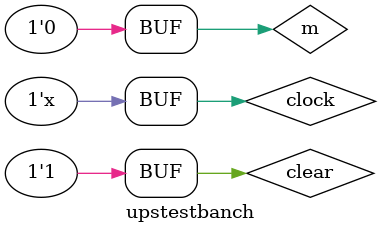
<source format=v>
module jk(q,qbar,j,k,clear,clock);
input j,k,clear,clock ; 
output q,qbar ;
wire a,b,y,ybar,c,d,cbar ;

nand(a,j,clock,clear,qbar);
nand(b,clock,k,q);
nand(y,a,ybar);
nand(ybar,clear,y,b);

not(cbar,clock);

nand(c,y,cbar);
nand(d,cbar,ybar);
nand(q,c,qbar);
nand(qbar,clear,d,q);

endmodule 

module updown(q,m,clear,clock);

input m,clear,clock ;
output [2:0] q ;
wire [2:0]qbar ;
wire x,y;

//jk(q,qbar,j,k,clear,clock);

jk JK1 (q[0] , qbar[0],1'b1,1'b1,clear,clock);
xor(x,q[0],m);

jk JK2 (q[1] , qbar[1],1'b1,1'b1,clear,x);
xor(y,q[1],m);

jk JK3 (q[2] , qbar[2],1'b1,1'b1,clear,y);


endmodule

module UP_DOWN_SIMULATION;
	reg m,clear,clock;
    wire [2:0] q ;
    wire [2:0]qbar ;
    wire x,y;

    updown ud (q,m,clear,clock);

    initial 
    clock = 0;
    always #10 clock = ~clock ;

    initial
    begin
       // clear = 1 ;
        #5 clear = 0;
        #15 clear = 1 ;
    end

    initial
    begin
        m = 1'b0 ;

        #500 m=1'b1 ;
        #500 m = 1'b0 ;
    end
endmodule

module asyn (q ,clear,clock);
input clear , clock ;
output [3:0]q ;
wire [3:0]qbar ;

//jk(q,qbar,j,k,clear,clock);

jk JK1(q[0],qbar[0],1'b1 , 1'b1,clear,clock);
jk JK2(q[1],qbar[1],1'b1 , 1'b1,clear,q[0]);
jk JK3(q[2],qbar[2],1'b1 , 1'b1,clear,q[1]);
jk JK4(q[3],qbar[3],1'b1 , 1'b1,clear,q[2]);

 endmodule

 module modtentest ;

 reg clear ,clock ;
 wire [3:0]q ;
wire [3:0]qbar ;

asyn as (q ,clear,clock);

initial
begin
clear = 0 ;
#5 clear = 1;
end

initial
clock = 0 ;
always #40 clock = ~clock;

always @(negedge clock)
begin
    if(q == 4'b1010)
    begin
        clear = 0 ;
        #20 clear = 1 ;
    end   

end    

 endmodule

 module half_adder(sum,cout,a,b);
input a,b;
output sum,cout;

xor(sum,a,b);
and(cout,a,b);

endmodule

module full_adder(sum,cout,a,b,cin);
input a,b,cin;
output cout ,sum ;

wire w1,w2,w3;

half_adder h1(w1,w2,a,b);
half_adder h2(sum,w3,w1,cin);

or(cout,w2,w3);

endmodule

module adder_subtractor(sum,cout,a,b,cin);

input [3:0] a,b;
output [3:0] sum;
input cin;
output cout ;

wire [3:0] w;
wire c1,c2,c3;

xor(w[0],b[0],cin);
xor(w[1],b[1],cin);
xor(w[2],b[2],cin);
xor(w[3],b[3],cin);

full_adder f1(sum[0],c1,a[0],w[0],cin);
full_adder f2(sum[1],c2,a[1],w[1],c1);
full_adder f3(sum[2],c3,a[2],w[2],c2);
full_adder f4(sum[3],cout,a[3],w[3],c3);

endmodule

module testadder();
reg [3:0] a,b;
wire [3:0] sum;
reg cin;
wire cout ;

adder_subtractor as (sum,cout,a,b,cin);

initial 
begin
 a = 4'b1010 ;b = 4'b0100;cin = 1'b0;
 #40
 a = 4'b1110 ;b = 4'b1100;cin = 1'b0;
 #40
 a = 4'b0111 ;b = 4'b0101;cin = 1'b1;
end


endmodule


module upspractice(q,m,clear,clock);
input m,clear,clock ;
output [2:0]q;
wire[2:0]qbar , w;


//jk(q,qbar,j,k,clear,clock);
jk JK1 (q[0],qbar[0],1'b1,1'b1,clear,clock);
xor(w[0],q[0],m);
jk JK2 (q[1],qbar[1],1'b1,1'b1,clear,w[0]);
xor(w[1],q[1],m);
jk JK3 (q[2],qbar[2],1'b1,1'b1,clear,w[1]);
 

endmodule

module upstestbanch ();

reg m,clear,clock ;
wire [2:0]q;
wire[2:0]qbar; 

upspractice goribs (q,m,clear,clock);

initial
clock = 0;
always #10 clock = ~clock ;

initial
begin
    clear = 0 ;
    #10 clear = 1;
end

initial
begin
     m = 1'b0 ;

     #250 m = 1'b1 ;
     #250 m = 1'b0 ;
end

endmodule
</source>
